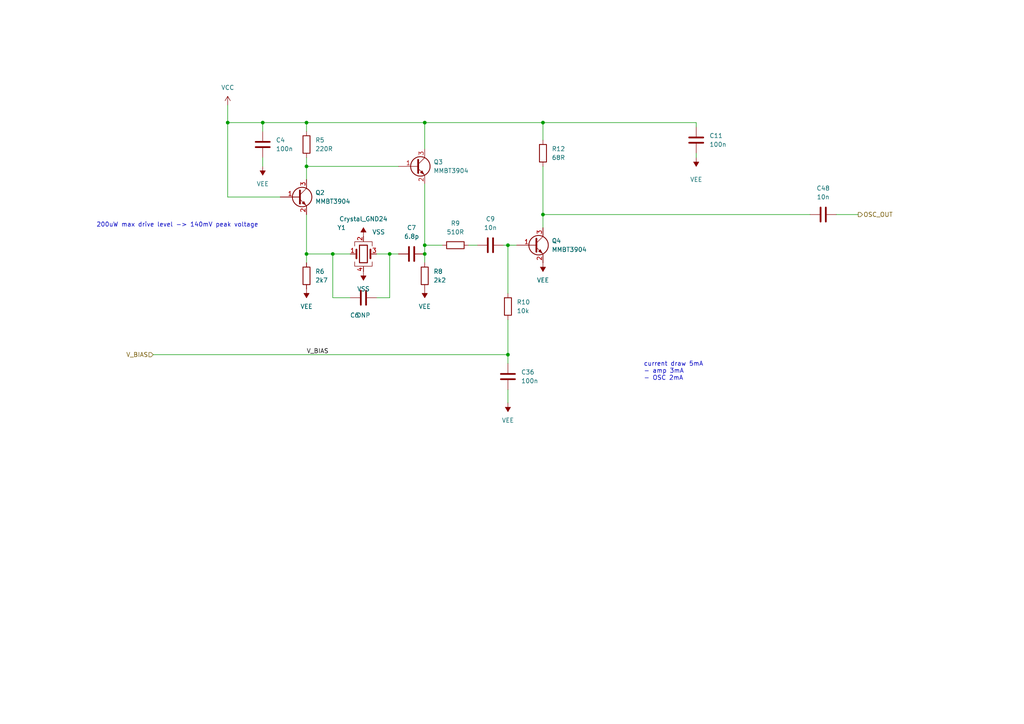
<source format=kicad_sch>
(kicad_sch (version 20211123) (generator eeschema)
  (paper "A4")
  (lib_symbols
    (symbol "Device:C" (pin_numbers hide) (pin_names (offset 0.254))
      (property "Reference" "C" (at 0.635 2.54 0))
      (property "Value" "C" (at 0.635 -2.54 0))
      (symbol "C_0_1"
        (polyline (pts (xy -2.032 -0.762) (xy 2.032 -0.762)) (stroke (width 0.508)))
        (polyline (pts (xy -2.032 0.762) (xy 2.032 0.762)) (stroke (width 0.508)))
      )
      (symbol "C_1_1"
        (pin passive line (at 0 3.81 270) (length 2.794) (name "~") (number "1"))
        (pin passive line (at 0 -3.81 90) (length 2.794) (name "~") (number "2"))
      )
    )
    (symbol "Device:Crystal_GND24" (pin_names (offset 1.016) hide)
      (property "Reference" "Y" (at 3.175 5.08 0))
      (property "Value" "Crystal_GND24" (at 3.175 3.175 0))
      (symbol "Crystal_GND24_0_1"
        (rectangle (start -1.143 2.54) (end 1.143 -2.54) (stroke (width 0.3048)))
        (polyline (pts (xy -2.54 0) (xy -2.032 0)))
        (polyline (pts (xy -2.032 -1.27) (xy -2.032 1.27)) (stroke (width 0.508)))
        (polyline (pts (xy 0 -3.81) (xy 0 -3.556)))
        (polyline (pts (xy 0 3.556) (xy 0 3.81)))
        (polyline (pts (xy 2.032 -1.27) (xy 2.032 1.27)) (stroke (width 0.508)))
        (polyline (pts (xy 2.032 0) (xy 2.54 0)))
        (polyline (pts (xy -2.54 -2.286) (xy -2.54 -3.556) (xy 2.54 -3.556) (xy 2.54 -2.286)))
        (polyline (pts (xy -2.54 2.286) (xy -2.54 3.556) (xy 2.54 3.556) (xy 2.54 2.286)))
      )
      (symbol "Crystal_GND24_1_1"
        (pin passive line (at -3.81 0 0) (length 1.27) (name "1") (number "1"))
        (pin passive line (at 0 5.08 270) (length 1.27) (name "2") (number "2"))
        (pin passive line (at 3.81 0 180) (length 1.27) (name "3") (number "3"))
        (pin passive line (at 0 -5.08 90) (length 1.27) (name "4") (number "4"))
      )
    )
    (symbol "Device:R" (pin_numbers hide) (pin_names (offset 0))
      (property "Reference" "R" (at 2.032 0 90))
      (property "Value" "R" (at 0 0 90))
      (symbol "R_0_1"
        (rectangle (start -1.016 -2.54) (end 1.016 2.54) (stroke (width 0.254)))
      )
      (symbol "R_1_1"
        (pin passive line (at 0 3.81 270) (length 1.27) (name "~") (number "1"))
        (pin passive line (at 0 -3.81 90) (length 1.27) (name "~") (number "2"))
      )
    )
    (symbol "Transistor_BJT:MMBT3904" (pin_names (offset 0) hide)
      (property "Reference" "Q" (at 5.08 1.905 0))
      (property "Value" "MMBT3904" (at 5.08 0 0))
      (symbol "MMBT3904_0_1"
        (polyline (pts (xy 0.635 0.635) (xy 2.54 2.54)))
        (polyline (pts (xy 0.635 -0.635) (xy 2.54 -2.54) (xy 2.54 -2.54)))
        (polyline (pts (xy 0.635 1.905) (xy 0.635 -1.905) (xy 0.635 -1.905)) (stroke (width 0.508)))
        (polyline (pts (xy 1.27 -1.778) (xy 1.778 -1.27) (xy 2.286 -2.286) (xy 1.27 -1.778) (xy 1.27 -1.778)) (fill (type outline)))
        (circle (center 1.27 0) (radius 2.8194) (stroke (width 0.254)))
      )
      (symbol "MMBT3904_1_1"
        (pin input line (at -5.08 0 0) (length 5.715) (name "B") (number "1"))
        (pin passive line (at 2.54 -5.08 90) (length 2.54) (name "E") (number "2"))
        (pin passive line (at 2.54 5.08 270) (length 2.54) (name "C") (number "3"))
      )
    )
    (symbol "power:VCC" (power) (pin_names (offset 0))
      (property "Value" "VCC" (at 0 3.81 0))
      (symbol "VCC_0_1"
        (polyline (pts (xy -0.762 1.27) (xy 0 2.54)))
        (polyline (pts (xy 0 0) (xy 0 2.54)))
        (polyline (pts (xy 0 2.54) (xy 0.762 1.27)))
      )
      (symbol "VCC_1_1"
        (pin power_in line (at 0 0 90) (length 0) hide (name "VCC") (number "1"))
      )
    )
    (symbol "power:VEE" (power) (pin_names (offset 0))
      (property "Value" "VEE" (at 0 3.81 0))
      (symbol "VEE_0_1"
        (polyline (pts (xy 0 0) (xy 0 2.54)))
        (polyline (pts (xy 0.762 1.27) (xy -0.762 1.27) (xy 0 2.54) (xy 0.762 1.27)) (fill (type outline)))
      )
      (symbol "VEE_1_1"
        (pin power_in line (at 0 0 90) (length 0) hide (name "VEE") (number "1"))
      )
    )
    (symbol "power:VSS" (power) (pin_names (offset 0))
      (property "Value" "VSS" (at 0 3.81 0))
      (symbol "VSS_0_1"
        (polyline (pts (xy 0 0) (xy 0 2.54)))
        (polyline (pts (xy 0.762 1.27) (xy -0.762 1.27) (xy 0 2.54) (xy 0.762 1.27)) (fill (type outline)))
      )
      (symbol "VSS_1_1"
        (pin power_in line (at 0 0 90) (length 0) hide (name "VSS") (number "1"))
      )
    )
  )
  (junction (at 157.48 35.56))
  (junction (at 123.19 73.66))
  (junction (at 88.9 48.26))
  (junction (at 147.32 71.12))
  (junction (at 123.19 71.12))
  (junction (at 157.48 62.23))
  (junction (at 123.19 35.56))
  (junction (at 96.52 73.66))
  (junction (at 88.9 73.66))
  (junction (at 113.03 73.66))
  (junction (at 88.9 35.56))
  (junction (at 66.04 35.56))
  (junction (at 76.2 35.56))
  (junction (at 147.32 102.87))
  (wire (pts (xy 109.22 86.36) (xy 113.03 86.36)))
  (wire (pts (xy 123.19 53.34) (xy 123.19 71.12)))
  (wire (pts (xy 96.52 73.66) (xy 101.6 73.66)))
  (wire (pts (xy 147.32 92.71) (xy 147.32 102.87)))
  (wire (pts (xy 88.9 48.26) (xy 88.9 52.07)))
  (wire (pts (xy 147.32 102.87) (xy 147.32 105.41)))
  (wire (pts (xy 88.9 45.72) (xy 88.9 48.26)))
  (wire (pts (xy 88.9 38.1) (xy 88.9 35.56)))
  (wire (pts (xy 123.19 71.12) (xy 128.27 71.12)))
  (wire (pts (xy 147.32 71.12) (xy 147.32 85.09)))
  (wire (pts (xy 146.05 71.12) (xy 147.32 71.12)))
  (wire (pts (xy 88.9 73.66) (xy 88.9 76.2)))
  (wire (pts (xy 88.9 48.26) (xy 115.57 48.26)))
  (wire (pts (xy 113.03 73.66) (xy 113.03 86.36)))
  (wire (pts (xy 157.48 35.56) (xy 201.93 35.56)))
  (wire (pts (xy 157.48 48.26) (xy 157.48 62.23)))
  (wire (pts (xy 113.03 73.66) (xy 115.57 73.66)))
  (wire (pts (xy 242.57 62.23) (xy 248.92 62.23)))
  (wire (pts (xy 88.9 73.66) (xy 96.52 73.66)))
  (wire (pts (xy 66.04 35.56) (xy 66.04 30.48)))
  (wire (pts (xy 147.32 71.12) (xy 149.86 71.12)))
  (wire (pts (xy 76.2 35.56) (xy 88.9 35.56)))
  (wire (pts (xy 157.48 62.23) (xy 157.48 66.04)))
  (wire (pts (xy 123.19 35.56) (xy 157.48 35.56)))
  (wire (pts (xy 96.52 73.66) (xy 96.52 86.36)))
  (wire (pts (xy 66.04 57.15) (xy 81.28 57.15)))
  (wire (pts (xy 123.19 71.12) (xy 123.19 73.66)))
  (wire (pts (xy 147.32 113.03) (xy 147.32 116.84)))
  (wire (pts (xy 88.9 35.56) (xy 123.19 35.56)))
  (wire (pts (xy 88.9 62.23) (xy 88.9 73.66)))
  (wire (pts (xy 135.89 71.12) (xy 138.43 71.12)))
  (wire (pts (xy 157.48 62.23) (xy 234.95 62.23)))
  (wire (pts (xy 201.93 35.56) (xy 201.93 36.83)))
  (wire (pts (xy 76.2 45.72) (xy 76.2 48.26)))
  (wire (pts (xy 101.6 86.36) (xy 96.52 86.36)))
  (wire (pts (xy 123.19 73.66) (xy 123.19 76.2)))
  (wire (pts (xy 66.04 57.15) (xy 66.04 35.56)))
  (wire (pts (xy 76.2 38.1) (xy 76.2 35.56)))
  (wire (pts (xy 123.19 43.18) (xy 123.19 35.56)))
  (wire (pts (xy 44.45 102.87) (xy 147.32 102.87)))
  (wire (pts (xy 66.04 35.56) (xy 76.2 35.56)))
  (wire (pts (xy 201.93 44.45) (xy 201.93 45.72)))
  (wire (pts (xy 109.22 73.66) (xy 113.03 73.66)))
  (wire (pts (xy 157.48 35.56) (xy 157.48 40.64)))
  (text "current draw 5mA\n- amp 3mA\n- OSC 2mA" (at 186.69 110.49 0) (effects (font (size 1.27 1.27)) (justify left bottom)))
  (text "200uW max drive level -> 140mV peak voltage" (at 27.94 66.04 0) (effects (font (size 1.27 1.27)) (justify left bottom)))
  (label "V_BIAS" (at 88.9 102.87 0))
  (hierarchical_label "V_BIAS" (shape input) (at 44.45 102.87 180))
  (hierarchical_label "OSC_OUT" (shape output) (at 248.92 62.23 0))
  (symbol (lib_id "Transistor_BJT:MMBT3904") (at 120.65 48.26 0) (unit 1)
    (property "Reference" "Q3" (at 125.73 46.9899 0) (effects (justify left)))
    (property "Value" "MMBT3904" (at 125.73 49.5299 0) (effects (justify left)))
    (property "Footprint" "Package_TO_SOT_SMD:SOT-23" (effects hide))
    (property "Datasheet" "https://www.onsemi.com/pub/Collateral/2N3903-D.PDF" (effects hide))
  )
  (symbol (lib_id "power:VCC") (at 66.04 30.48 0) (unit 1)
    (property "Reference" "#PWR0153" (effects hide))
    (property "Value" "VCC" (at 66.04 25.4 0))
  )
  (symbol (lib_id "Device:C") (at 105.41 86.36 270) (unit 1)
    (property "Reference" "C6" (at 102.87 91.44 90))
    (property "Value" "DNP" (at 105.41 91.44 90))
    (property "Footprint" "Capacitor_SMD:C_0603_1608Metric" (effects hide))
  )
  (symbol (lib_id "Transistor_BJT:MMBT3904") (at 86.36 57.15 0) (unit 1)
    (property "Reference" "Q2" (at 91.44 55.8799 0) (effects (justify left)))
    (property "Value" "MMBT3904" (at 91.44 58.4199 0) (effects (justify left)))
    (property "Footprint" "Package_TO_SOT_SMD:SOT-23" (effects hide))
    (property "Datasheet" "https://www.onsemi.com/pub/Collateral/2N3903-D.PDF" (effects hide))
  )
  (symbol (lib_id "power:VSS") (at 105.41 78.74 180) (unit 1)
    (property "Reference" "#PWR0118" (effects hide))
    (property "Value" "VSS" (at 105.41 83.82 0))
  )
  (symbol (lib_id "Device:Crystal_GND24") (at 105.41 73.66 0) (unit 1)
    (property "Reference" "Y1" (at 99.06 66.04 0))
    (property "Value" "Crystal_GND24" (at 105.41 63.5 0))
    (property "Footprint" "seb_fp:RH100" (effects hide))
  )
  (symbol (lib_id "Device:C") (at 119.38 73.66 270) (unit 1)
    (property "Reference" "C7" (at 119.38 66.04 90))
    (property "Value" "6.8p" (at 119.38 68.58 90))
    (property "Footprint" "Capacitor_SMD:C_0603_1608Metric" (effects hide))
  )
  (symbol (lib_id "power:VEE") (at 88.9 83.82 180) (unit 1)
    (property "Reference" "#PWR0112" (effects hide))
    (property "Value" "VEE" (at 88.9 88.9 0))
  )
  (symbol (lib_id "Device:C") (at 201.93 40.64 180) (unit 1)
    (property "Reference" "C11" (at 205.74 39.3699 0) (effects (justify right)))
    (property "Value" "100n" (at 205.74 41.9099 0) (effects (justify right)))
    (property "Footprint" "Capacitor_SMD:C_0603_1608Metric" (effects hide))
  )
  (symbol (lib_id "power:VEE") (at 147.32 116.84 180) (unit 1)
    (property "Reference" "#PWR0105" (effects hide))
    (property "Value" "VEE" (at 147.32 121.92 0))
  )
  (symbol (lib_id "power:VEE") (at 201.93 45.72 180) (unit 1)
    (property "Reference" "#PWR0109" (effects hide))
    (property "Value" "VEE" (at 201.93 52.07 0))
  )
  (symbol (lib_id "Transistor_BJT:MMBT3904") (at 154.94 71.12 0) (unit 1)
    (property "Reference" "Q4" (at 160.02 69.8499 0) (effects (justify left)))
    (property "Value" "MMBT3904" (at 160.02 72.3899 0) (effects (justify left)))
    (property "Footprint" "Package_TO_SOT_SMD:SOT-23" (effects hide))
    (property "Datasheet" "https://www.onsemi.com/pub/Collateral/2N3903-D.PDF" (effects hide))
  )
  (symbol (lib_id "power:VEE") (at 123.19 83.82 180) (unit 1)
    (property "Reference" "#PWR0113" (effects hide))
    (property "Value" "VEE" (at 123.19 88.9 0))
  )
  (symbol (lib_id "Device:C") (at 147.32 109.22 0) (unit 1)
    (property "Reference" "C36" (at 151.13 107.9499 0) (effects (justify left)))
    (property "Value" "100n" (at 151.13 110.4899 0) (effects (justify left)))
    (property "Footprint" "Capacitor_SMD:C_0603_1608Metric" (effects hide))
  )
  (symbol (lib_id "Device:R") (at 147.32 88.9 180) (unit 1)
    (property "Reference" "R10" (at 149.86 87.6299 0) (effects (justify right)))
    (property "Value" "10k" (at 149.86 90.1699 0) (effects (justify right)))
    (property "Footprint" "Capacitor_SMD:C_0603_1608Metric" (effects hide))
  )
  (symbol (lib_id "Device:R") (at 88.9 80.01 0) (unit 1)
    (property "Reference" "R6" (at 91.44 78.7399 0) (effects (justify left)))
    (property "Value" "2k7" (at 91.44 81.2799 0) (effects (justify left)))
    (property "Footprint" "Capacitor_SMD:C_0603_1608Metric" (effects hide))
  )
  (symbol (lib_id "power:VSS") (at 105.41 68.58 0) (unit 1)
    (property "Reference" "#PWR0121" (effects hide))
    (property "Value" "VSS" (at 107.95 67.3099 0) (effects (justify left)))
  )
  (symbol (lib_id "Device:C") (at 238.76 62.23 270) (unit 1)
    (property "Reference" "C48" (at 238.76 54.61 90))
    (property "Value" "10n" (at 238.76 57.15 90))
    (property "Footprint" "Capacitor_SMD:C_0603_1608Metric" (effects hide))
  )
  (symbol (lib_id "Device:R") (at 157.48 44.45 180) (unit 1)
    (property "Reference" "R12" (at 160.02 43.1799 0) (effects (justify right)))
    (property "Value" "68R" (at 160.02 45.7199 0) (effects (justify right)))
    (property "Footprint" "Capacitor_SMD:C_0603_1608Metric" (effects hide))
  )
  (symbol (lib_id "Device:R") (at 123.19 80.01 0) (unit 1)
    (property "Reference" "R8" (at 125.73 78.7399 0) (effects (justify left)))
    (property "Value" "2k2" (at 125.73 81.2799 0) (effects (justify left)))
    (property "Footprint" "Capacitor_SMD:C_0603_1608Metric" (effects hide))
  )
  (symbol (lib_id "power:VEE") (at 76.2 48.26 180) (unit 1)
    (property "Reference" "#PWR0115" (effects hide))
    (property "Value" "VEE" (at 76.2 53.34 0))
  )
  (symbol (lib_id "Device:C") (at 76.2 41.91 180) (unit 1)
    (property "Reference" "C4" (at 80.01 40.6399 0) (effects (justify right)))
    (property "Value" "100n" (at 80.01 43.1799 0) (effects (justify right)))
    (property "Footprint" "Capacitor_SMD:C_0603_1608Metric" (effects hide))
  )
  (symbol (lib_id "power:VEE") (at 157.48 76.2 180) (unit 1)
    (property "Reference" "#PWR0111" (effects hide))
    (property "Value" "VEE" (at 157.48 81.28 0))
  )
  (symbol (lib_id "Device:R") (at 88.9 41.91 0) (unit 1)
    (property "Reference" "R5" (at 91.44 40.6399 0) (effects (justify left)))
    (property "Value" "220R" (at 91.44 43.1799 0) (effects (justify left)))
    (property "Footprint" "Capacitor_SMD:C_0603_1608Metric" (effects hide))
  )
  (symbol (lib_id "Device:R") (at 132.08 71.12 90) (unit 1)
    (property "Reference" "R9" (at 132.08 64.77 90))
    (property "Value" "510R" (at 132.08 67.31 90))
    (property "Footprint" "Capacitor_SMD:C_0603_1608Metric" (effects hide))
  )
  (symbol (lib_id "Device:C") (at 142.24 71.12 270) (unit 1)
    (property "Reference" "C9" (at 142.24 63.5 90))
    (property "Value" "10n" (at 142.24 66.04 90))
    (property "Footprint" "Capacitor_SMD:C_0603_1608Metric" (effects hide))
  )
)
</source>
